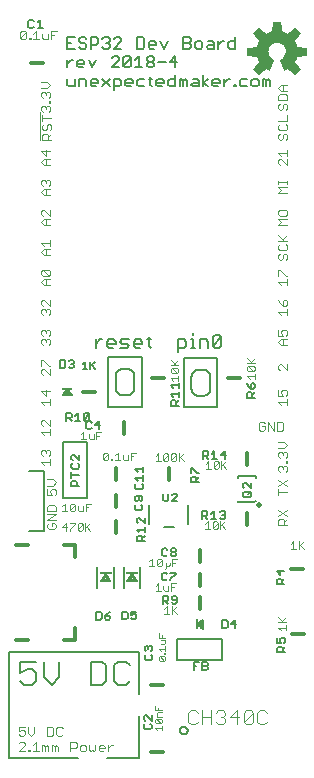
<source format=gto>
G75*
%MOIN*%
%OFA0B0*%
%FSLAX25Y25*%
%IPPOS*%
%LPD*%
%AMOC8*
5,1,8,0,0,1.08239X$1,22.5*
%
%ADD10C,0.00400*%
%ADD11C,0.00600*%
%ADD12C,0.00800*%
%ADD13C,0.00500*%
%ADD14C,0.00700*%
%ADD15C,0.00300*%
%ADD16C,0.01200*%
%ADD17R,0.03500X0.00750*%
%ADD18C,0.00200*%
%ADD19R,0.00750X0.03500*%
%ADD20R,0.03937X0.00787*%
%ADD21C,0.02000*%
D10*
X0032660Y0092180D02*
X0032193Y0092647D01*
X0032193Y0093581D01*
X0032660Y0094048D01*
X0033594Y0094048D02*
X0033594Y0093114D01*
X0033594Y0094048D02*
X0034528Y0094048D01*
X0034995Y0093581D01*
X0034995Y0092647D01*
X0034528Y0092180D01*
X0032660Y0092180D01*
X0032193Y0095127D02*
X0034995Y0096995D01*
X0032193Y0096995D01*
X0032193Y0098073D02*
X0032193Y0099474D01*
X0032660Y0099942D01*
X0034528Y0099942D01*
X0034995Y0099474D01*
X0034995Y0098073D01*
X0032193Y0098073D01*
X0032193Y0095127D02*
X0034995Y0095127D01*
X0034661Y0103285D02*
X0035195Y0103819D01*
X0035195Y0104887D01*
X0034661Y0105420D01*
X0033594Y0105420D01*
X0033060Y0104887D01*
X0033060Y0104353D01*
X0033594Y0103285D01*
X0031992Y0103285D01*
X0031992Y0105420D01*
X0031992Y0106600D02*
X0034128Y0106600D01*
X0035195Y0107668D01*
X0034128Y0108735D01*
X0031992Y0108735D01*
X0031093Y0113469D02*
X0030093Y0114470D01*
X0033095Y0114470D01*
X0033095Y0113469D02*
X0033095Y0115471D01*
X0032595Y0116600D02*
X0033095Y0117100D01*
X0033095Y0118101D01*
X0032595Y0118602D01*
X0032094Y0118602D01*
X0031594Y0118101D01*
X0031594Y0117601D01*
X0031594Y0118101D02*
X0031093Y0118602D01*
X0030593Y0118602D01*
X0030093Y0118101D01*
X0030093Y0117100D01*
X0030593Y0116600D01*
X0031093Y0123469D02*
X0030093Y0124470D01*
X0033095Y0124470D01*
X0033095Y0123469D02*
X0033095Y0125471D01*
X0033095Y0126600D02*
X0031093Y0128602D01*
X0030593Y0128602D01*
X0030093Y0128101D01*
X0030093Y0127100D01*
X0030593Y0126600D01*
X0033095Y0126600D02*
X0033095Y0128602D01*
X0033095Y0133469D02*
X0033095Y0135471D01*
X0033095Y0134470D02*
X0030093Y0134470D01*
X0031093Y0133469D01*
X0031594Y0136600D02*
X0031594Y0138602D01*
X0033095Y0138101D02*
X0030093Y0138101D01*
X0031594Y0136600D01*
X0030593Y0143469D02*
X0030093Y0143970D01*
X0030093Y0144971D01*
X0030593Y0145471D01*
X0031093Y0145471D01*
X0033095Y0143469D01*
X0033095Y0145471D01*
X0033095Y0146600D02*
X0032595Y0146600D01*
X0030593Y0148602D01*
X0030093Y0148602D01*
X0030093Y0146600D01*
X0030593Y0153469D02*
X0030093Y0153970D01*
X0030093Y0154971D01*
X0030593Y0155471D01*
X0031093Y0155471D01*
X0031594Y0154971D01*
X0032094Y0155471D01*
X0032595Y0155471D01*
X0033095Y0154971D01*
X0033095Y0153970D01*
X0032595Y0153469D01*
X0031594Y0154470D02*
X0031594Y0154971D01*
X0032595Y0156600D02*
X0033095Y0157100D01*
X0033095Y0158101D01*
X0032595Y0158602D01*
X0032094Y0158602D01*
X0031594Y0158101D01*
X0031594Y0157601D01*
X0031594Y0158101D02*
X0031093Y0158602D01*
X0030593Y0158602D01*
X0030093Y0158101D01*
X0030093Y0157100D01*
X0030593Y0156600D01*
X0030593Y0163469D02*
X0030093Y0163970D01*
X0030093Y0164971D01*
X0030593Y0165471D01*
X0031093Y0165471D01*
X0031594Y0164971D01*
X0032094Y0165471D01*
X0032595Y0165471D01*
X0033095Y0164971D01*
X0033095Y0163970D01*
X0032595Y0163469D01*
X0031594Y0164470D02*
X0031594Y0164971D01*
X0030593Y0166600D02*
X0030093Y0167100D01*
X0030093Y0168101D01*
X0030593Y0168602D01*
X0031093Y0168602D01*
X0033095Y0166600D01*
X0033095Y0168602D01*
X0033095Y0173469D02*
X0031093Y0173469D01*
X0030093Y0174470D01*
X0031093Y0175471D01*
X0033095Y0175471D01*
X0032595Y0176600D02*
X0030593Y0178602D01*
X0032595Y0178602D01*
X0033095Y0178101D01*
X0033095Y0177100D01*
X0032595Y0176600D01*
X0030593Y0176600D01*
X0030093Y0177100D01*
X0030093Y0178101D01*
X0030593Y0178602D01*
X0031594Y0175471D02*
X0031594Y0173469D01*
X0031594Y0183469D02*
X0031594Y0185471D01*
X0031093Y0185471D02*
X0033095Y0185471D01*
X0033095Y0186600D02*
X0033095Y0188602D01*
X0033095Y0187601D02*
X0030093Y0187601D01*
X0031093Y0186600D01*
X0031093Y0185471D02*
X0030093Y0184470D01*
X0031093Y0183469D01*
X0033095Y0183469D01*
X0033095Y0193469D02*
X0031093Y0193469D01*
X0030093Y0194470D01*
X0031093Y0195471D01*
X0033095Y0195471D01*
X0033095Y0196600D02*
X0031093Y0198602D01*
X0030593Y0198602D01*
X0030093Y0198101D01*
X0030093Y0197100D01*
X0030593Y0196600D01*
X0031594Y0195471D02*
X0031594Y0193469D01*
X0033095Y0196600D02*
X0033095Y0198602D01*
X0033095Y0203469D02*
X0031093Y0203469D01*
X0030093Y0204470D01*
X0031093Y0205471D01*
X0033095Y0205471D01*
X0032595Y0206600D02*
X0033095Y0207100D01*
X0033095Y0208101D01*
X0032595Y0208602D01*
X0032094Y0208602D01*
X0031594Y0208101D01*
X0031594Y0207601D01*
X0031594Y0208101D02*
X0031093Y0208602D01*
X0030593Y0208602D01*
X0030093Y0208101D01*
X0030093Y0207100D01*
X0030593Y0206600D01*
X0031594Y0205471D02*
X0031594Y0203469D01*
X0031594Y0213469D02*
X0031594Y0215471D01*
X0031093Y0215471D02*
X0033095Y0215471D01*
X0031594Y0216600D02*
X0031594Y0218602D01*
X0033095Y0218101D02*
X0030093Y0218101D01*
X0031594Y0216600D01*
X0031093Y0215471D02*
X0030093Y0214470D01*
X0031093Y0213469D01*
X0033095Y0213469D01*
X0033395Y0221904D02*
X0030393Y0221904D01*
X0030393Y0223405D01*
X0030893Y0223906D01*
X0031894Y0223906D01*
X0032394Y0223405D01*
X0032394Y0221904D01*
X0032394Y0222905D02*
X0033395Y0223906D01*
X0032895Y0225035D02*
X0033395Y0225535D01*
X0033395Y0226536D01*
X0032895Y0227036D01*
X0032394Y0227036D01*
X0031894Y0226536D01*
X0031894Y0225535D01*
X0031393Y0225035D01*
X0030893Y0225035D01*
X0030393Y0225535D01*
X0030393Y0226536D01*
X0030893Y0227036D01*
X0030393Y0228165D02*
X0030393Y0230167D01*
X0030593Y0231121D02*
X0030093Y0231622D01*
X0030093Y0232623D01*
X0030593Y0233123D01*
X0031093Y0233123D01*
X0031594Y0232623D01*
X0032094Y0233123D01*
X0032595Y0233123D01*
X0033095Y0232623D01*
X0033095Y0231622D01*
X0032595Y0231121D01*
X0031594Y0232122D02*
X0031594Y0232623D01*
X0032595Y0234252D02*
X0032595Y0234752D01*
X0033095Y0234752D01*
X0033095Y0234252D01*
X0032595Y0234252D01*
X0032595Y0235817D02*
X0033095Y0236318D01*
X0033095Y0237319D01*
X0032595Y0237819D01*
X0032094Y0237819D01*
X0031594Y0237319D01*
X0031594Y0236818D01*
X0031594Y0237319D02*
X0031093Y0237819D01*
X0030593Y0237819D01*
X0030093Y0237319D01*
X0030093Y0236318D01*
X0030593Y0235817D01*
X0030093Y0238948D02*
X0032094Y0238948D01*
X0033095Y0239949D01*
X0032094Y0240950D01*
X0030093Y0240950D01*
X0029595Y0231096D02*
X0029595Y0221704D01*
X0030393Y0229166D02*
X0033395Y0229166D01*
X0103100Y0127903D02*
X0102599Y0127402D01*
X0102599Y0125400D01*
X0103100Y0124900D01*
X0104100Y0124900D01*
X0104601Y0125400D01*
X0104601Y0126401D01*
X0103600Y0126401D01*
X0104601Y0127402D02*
X0104100Y0127903D01*
X0103100Y0127903D01*
X0105730Y0127903D02*
X0105730Y0124900D01*
X0107732Y0124900D02*
X0105730Y0127903D01*
X0107732Y0127903D02*
X0107732Y0124900D01*
X0108860Y0124900D02*
X0108860Y0127903D01*
X0110362Y0127903D01*
X0110862Y0127402D01*
X0110862Y0125400D01*
X0110362Y0124900D01*
X0108860Y0124900D01*
X0109093Y0120950D02*
X0111094Y0120950D01*
X0112095Y0119949D01*
X0111094Y0118948D01*
X0109093Y0118948D01*
X0109593Y0117819D02*
X0109093Y0117319D01*
X0109093Y0116318D01*
X0109593Y0115817D01*
X0110594Y0116818D02*
X0110594Y0117319D01*
X0111094Y0117819D01*
X0111595Y0117819D01*
X0112095Y0117319D01*
X0112095Y0116318D01*
X0111595Y0115817D01*
X0111595Y0114752D02*
X0112095Y0114752D01*
X0112095Y0114252D01*
X0111595Y0114252D01*
X0111595Y0114752D01*
X0111595Y0113123D02*
X0112095Y0112623D01*
X0112095Y0111622D01*
X0111595Y0111121D01*
X0110594Y0112122D02*
X0110594Y0112623D01*
X0111094Y0113123D01*
X0111595Y0113123D01*
X0110594Y0112623D02*
X0110093Y0113123D01*
X0109593Y0113123D01*
X0109093Y0112623D01*
X0109093Y0111622D01*
X0109593Y0111121D01*
X0109093Y0108602D02*
X0112095Y0106600D01*
X0112095Y0108602D02*
X0109093Y0106600D01*
X0109093Y0105471D02*
X0109093Y0103469D01*
X0109093Y0104470D02*
X0112095Y0104470D01*
X0112095Y0098602D02*
X0109093Y0096600D01*
X0109593Y0095471D02*
X0109093Y0094971D01*
X0109093Y0093469D01*
X0112095Y0093469D01*
X0111094Y0093469D02*
X0111094Y0094971D01*
X0110594Y0095471D01*
X0109593Y0095471D01*
X0111094Y0094470D02*
X0112095Y0095471D01*
X0112095Y0096600D02*
X0109093Y0098602D01*
X0110594Y0117319D02*
X0110093Y0117819D01*
X0109593Y0117819D01*
X0110093Y0133469D02*
X0109093Y0134470D01*
X0112095Y0134470D01*
X0112095Y0133469D02*
X0112095Y0135471D01*
X0111595Y0136600D02*
X0112095Y0137100D01*
X0112095Y0138101D01*
X0111595Y0138602D01*
X0110594Y0138602D01*
X0110093Y0138101D01*
X0110093Y0137601D01*
X0110594Y0136600D01*
X0109093Y0136600D01*
X0109093Y0138602D01*
X0109593Y0145035D02*
X0109093Y0145535D01*
X0109093Y0146536D01*
X0109593Y0147036D01*
X0110093Y0147036D01*
X0112095Y0145035D01*
X0112095Y0147036D01*
X0112095Y0153469D02*
X0110093Y0153469D01*
X0109093Y0154470D01*
X0110093Y0155471D01*
X0112095Y0155471D01*
X0111595Y0156600D02*
X0112095Y0157100D01*
X0112095Y0158101D01*
X0111595Y0158602D01*
X0110594Y0158602D01*
X0110093Y0158101D01*
X0110093Y0157601D01*
X0110594Y0156600D01*
X0109093Y0156600D01*
X0109093Y0158602D01*
X0110594Y0155471D02*
X0110594Y0153469D01*
X0110093Y0163469D02*
X0109093Y0164470D01*
X0112095Y0164470D01*
X0112095Y0163469D02*
X0112095Y0165471D01*
X0111595Y0166600D02*
X0112095Y0167100D01*
X0112095Y0168101D01*
X0111595Y0168602D01*
X0111094Y0168602D01*
X0110594Y0168101D01*
X0110594Y0166600D01*
X0111595Y0166600D01*
X0110594Y0166600D02*
X0109593Y0167601D01*
X0109093Y0168602D01*
X0110093Y0173469D02*
X0109093Y0174470D01*
X0112095Y0174470D01*
X0112095Y0173469D02*
X0112095Y0175471D01*
X0112095Y0176600D02*
X0111595Y0176600D01*
X0109593Y0178602D01*
X0109093Y0178602D01*
X0109093Y0176600D01*
X0109593Y0181904D02*
X0109093Y0182404D01*
X0109093Y0183405D01*
X0109593Y0183906D01*
X0110594Y0183405D02*
X0111094Y0183906D01*
X0111595Y0183906D01*
X0112095Y0183405D01*
X0112095Y0182404D01*
X0111595Y0181904D01*
X0110594Y0182404D02*
X0110594Y0183405D01*
X0110594Y0182404D02*
X0110093Y0181904D01*
X0109593Y0181904D01*
X0109593Y0185035D02*
X0109093Y0185535D01*
X0109093Y0186536D01*
X0109593Y0187036D01*
X0109093Y0188165D02*
X0112095Y0188165D01*
X0111094Y0188165D02*
X0109093Y0190167D01*
X0110594Y0188666D02*
X0112095Y0190167D01*
X0111595Y0187036D02*
X0112095Y0186536D01*
X0112095Y0185535D01*
X0111595Y0185035D01*
X0109593Y0185035D01*
X0109093Y0193469D02*
X0110093Y0194470D01*
X0109093Y0195471D01*
X0112095Y0195471D01*
X0111595Y0196600D02*
X0112095Y0197100D01*
X0112095Y0198101D01*
X0111595Y0198602D01*
X0109593Y0198602D01*
X0109093Y0198101D01*
X0109093Y0197100D01*
X0109593Y0196600D01*
X0111595Y0196600D01*
X0112095Y0193469D02*
X0109093Y0193469D01*
X0109093Y0203991D02*
X0110093Y0204992D01*
X0109093Y0205993D01*
X0112095Y0205993D01*
X0112095Y0207122D02*
X0112095Y0208123D01*
X0112095Y0207622D02*
X0109093Y0207622D01*
X0109093Y0207122D02*
X0109093Y0208123D01*
X0109093Y0203991D02*
X0112095Y0203991D01*
X0112095Y0213469D02*
X0110093Y0215471D01*
X0109593Y0215471D01*
X0109093Y0214971D01*
X0109093Y0213970D01*
X0109593Y0213469D01*
X0110093Y0216600D02*
X0109093Y0217601D01*
X0112095Y0217601D01*
X0112095Y0216600D02*
X0112095Y0218602D01*
X0112095Y0215471D02*
X0112095Y0213469D01*
X0111595Y0221904D02*
X0112095Y0222404D01*
X0112095Y0223405D01*
X0111595Y0223906D01*
X0111094Y0223906D01*
X0110594Y0223405D01*
X0110594Y0222404D01*
X0110093Y0221904D01*
X0109593Y0221904D01*
X0109093Y0222404D01*
X0109093Y0223405D01*
X0109593Y0223906D01*
X0109593Y0225035D02*
X0109093Y0225535D01*
X0109093Y0226536D01*
X0109593Y0227036D01*
X0109093Y0228165D02*
X0112095Y0228165D01*
X0112095Y0230167D01*
X0111595Y0231904D02*
X0112095Y0232404D01*
X0112095Y0233405D01*
X0111595Y0233906D01*
X0111094Y0233906D01*
X0110594Y0233405D01*
X0110594Y0232404D01*
X0110093Y0231904D01*
X0109593Y0231904D01*
X0109093Y0232404D01*
X0109093Y0233405D01*
X0109593Y0233906D01*
X0109093Y0235035D02*
X0109093Y0236536D01*
X0109593Y0237036D01*
X0111595Y0237036D01*
X0112095Y0236536D01*
X0112095Y0235035D01*
X0109093Y0235035D01*
X0110093Y0238165D02*
X0109093Y0239166D01*
X0110093Y0240167D01*
X0112095Y0240167D01*
X0112095Y0238165D02*
X0110093Y0238165D01*
X0110594Y0238165D02*
X0110594Y0240167D01*
X0111595Y0227036D02*
X0112095Y0226536D01*
X0112095Y0225535D01*
X0111595Y0225035D01*
X0109593Y0225035D01*
X0104493Y0031704D02*
X0102958Y0031704D01*
X0102191Y0030937D01*
X0102191Y0027867D01*
X0102958Y0027100D01*
X0104493Y0027100D01*
X0105260Y0027867D01*
X0105260Y0030937D02*
X0104493Y0031704D01*
X0100657Y0030937D02*
X0100657Y0027867D01*
X0099889Y0027100D01*
X0098355Y0027100D01*
X0097587Y0027867D01*
X0100657Y0030937D01*
X0099889Y0031704D01*
X0098355Y0031704D01*
X0097587Y0030937D01*
X0097587Y0027867D01*
X0096053Y0029402D02*
X0092983Y0029402D01*
X0095285Y0031704D01*
X0095285Y0027100D01*
X0091449Y0027867D02*
X0090681Y0027100D01*
X0089147Y0027100D01*
X0088379Y0027867D01*
X0086845Y0027100D02*
X0086845Y0031704D01*
X0088379Y0030937D02*
X0089147Y0031704D01*
X0090681Y0031704D01*
X0091449Y0030937D01*
X0091449Y0030169D01*
X0090681Y0029402D01*
X0091449Y0028635D01*
X0091449Y0027867D01*
X0090681Y0029402D02*
X0089914Y0029402D01*
X0086845Y0029402D02*
X0083775Y0029402D01*
X0082241Y0030937D02*
X0081473Y0031704D01*
X0079939Y0031704D01*
X0079172Y0030937D01*
X0079172Y0027867D01*
X0079939Y0027100D01*
X0081473Y0027100D01*
X0082241Y0027867D01*
X0083775Y0027100D02*
X0083775Y0031704D01*
D11*
X0083867Y0045150D02*
X0085168Y0045150D01*
X0085601Y0045584D01*
X0085601Y0046017D01*
X0085168Y0046451D01*
X0083867Y0046451D01*
X0085168Y0046451D02*
X0085601Y0046885D01*
X0085601Y0047319D01*
X0085168Y0047752D01*
X0083867Y0047752D01*
X0083867Y0045150D01*
X0081788Y0046451D02*
X0080920Y0046451D01*
X0080920Y0045150D02*
X0080920Y0047752D01*
X0082655Y0047752D01*
X0083995Y0058775D02*
X0081995Y0060275D01*
X0083995Y0061775D01*
X0083995Y0058775D01*
X0083995Y0059175D02*
X0083462Y0059175D01*
X0083995Y0059773D02*
X0082664Y0059773D01*
X0082124Y0060372D02*
X0083995Y0060372D01*
X0083995Y0060970D02*
X0082922Y0060970D01*
X0083720Y0061569D02*
X0083995Y0061569D01*
X0090520Y0061627D02*
X0090520Y0059025D01*
X0091821Y0059025D01*
X0092255Y0059459D01*
X0092255Y0061194D01*
X0091821Y0061627D01*
X0090520Y0061627D01*
X0093467Y0060326D02*
X0095201Y0060326D01*
X0094768Y0059025D02*
X0094768Y0061627D01*
X0093467Y0060326D01*
X0108818Y0055756D02*
X0108818Y0054022D01*
X0110119Y0054022D01*
X0109685Y0054889D01*
X0109685Y0055323D01*
X0110119Y0055756D01*
X0110986Y0055756D01*
X0111420Y0055323D01*
X0111420Y0054455D01*
X0110986Y0054022D01*
X0111420Y0052810D02*
X0110553Y0051942D01*
X0110553Y0052376D02*
X0110553Y0051075D01*
X0111420Y0051075D02*
X0108818Y0051075D01*
X0108818Y0052376D01*
X0109252Y0052810D01*
X0110119Y0052810D01*
X0110553Y0052376D01*
X0110303Y0073825D02*
X0110303Y0075126D01*
X0109869Y0075560D01*
X0109002Y0075560D01*
X0108568Y0075126D01*
X0108568Y0073825D01*
X0111170Y0073825D01*
X0110303Y0074692D02*
X0111170Y0075560D01*
X0109869Y0076772D02*
X0109869Y0078506D01*
X0108568Y0078073D02*
X0109869Y0076772D01*
X0111170Y0078073D02*
X0108568Y0078073D01*
X0099561Y0102753D02*
X0097827Y0102753D01*
X0097393Y0103187D01*
X0097393Y0104055D01*
X0097827Y0104488D01*
X0099561Y0104488D01*
X0099995Y0104055D01*
X0099995Y0103187D01*
X0099561Y0102753D01*
X0099128Y0103621D02*
X0099995Y0104488D01*
X0099995Y0105700D02*
X0098260Y0107435D01*
X0097827Y0107435D01*
X0097393Y0107001D01*
X0097393Y0106134D01*
X0097827Y0105700D01*
X0099995Y0105700D02*
X0099995Y0107435D01*
X0091250Y0115500D02*
X0091250Y0118102D01*
X0089949Y0116801D01*
X0091683Y0116801D01*
X0088737Y0115500D02*
X0087002Y0115500D01*
X0087870Y0115500D02*
X0087870Y0118102D01*
X0087002Y0117235D01*
X0085790Y0117669D02*
X0085790Y0116801D01*
X0085357Y0116367D01*
X0084056Y0116367D01*
X0084923Y0116367D02*
X0085790Y0115500D01*
X0084056Y0115500D02*
X0084056Y0118102D01*
X0085357Y0118102D01*
X0085790Y0117669D01*
X0080402Y0112388D02*
X0082136Y0110653D01*
X0082570Y0110653D01*
X0082570Y0109442D02*
X0081703Y0108574D01*
X0081703Y0109008D02*
X0081703Y0107707D01*
X0082570Y0107707D02*
X0079968Y0107707D01*
X0079968Y0109008D01*
X0080402Y0109442D01*
X0081269Y0109442D01*
X0081703Y0109008D01*
X0079968Y0110653D02*
X0079968Y0112388D01*
X0080402Y0112388D01*
X0075030Y0103902D02*
X0074163Y0103902D01*
X0073729Y0103469D01*
X0072517Y0103902D02*
X0072517Y0101734D01*
X0072084Y0101300D01*
X0071216Y0101300D01*
X0070783Y0101734D01*
X0070783Y0103902D01*
X0073729Y0101300D02*
X0075464Y0103035D01*
X0075464Y0103469D01*
X0075030Y0103902D01*
X0075464Y0101300D02*
X0073729Y0101300D01*
X0064570Y0095738D02*
X0064570Y0094003D01*
X0062835Y0095738D01*
X0062402Y0095738D01*
X0061968Y0095305D01*
X0061968Y0094437D01*
X0062402Y0094003D01*
X0061968Y0091924D02*
X0064570Y0091924D01*
X0064570Y0091057D02*
X0064570Y0092792D01*
X0064570Y0089845D02*
X0063703Y0088978D01*
X0063703Y0089412D02*
X0063703Y0088110D01*
X0064570Y0088110D02*
X0061968Y0088110D01*
X0061968Y0089412D01*
X0062402Y0089845D01*
X0063269Y0089845D01*
X0063703Y0089412D01*
X0062835Y0091057D02*
X0061968Y0091924D01*
X0061702Y0098457D02*
X0061268Y0098891D01*
X0061268Y0099758D01*
X0061702Y0100192D01*
X0061702Y0101403D02*
X0061268Y0101837D01*
X0061268Y0102705D01*
X0061702Y0103138D01*
X0063436Y0103138D01*
X0063870Y0102705D01*
X0063870Y0101837D01*
X0063436Y0101403D01*
X0062569Y0101837D02*
X0062569Y0103138D01*
X0062569Y0101837D02*
X0062135Y0101403D01*
X0061702Y0101403D01*
X0063436Y0100192D02*
X0063870Y0099758D01*
X0063870Y0098891D01*
X0063436Y0098457D01*
X0061702Y0098457D01*
X0061852Y0105310D02*
X0061418Y0105744D01*
X0061418Y0106612D01*
X0061852Y0107045D01*
X0062285Y0108257D02*
X0061418Y0109124D01*
X0064020Y0109124D01*
X0064020Y0108257D02*
X0064020Y0109992D01*
X0064020Y0111203D02*
X0064020Y0112938D01*
X0064020Y0112071D02*
X0061418Y0112071D01*
X0062285Y0111203D01*
X0063586Y0107045D02*
X0064020Y0106612D01*
X0064020Y0105744D01*
X0063586Y0105310D01*
X0061852Y0105310D01*
X0070893Y0085636D02*
X0070459Y0085202D01*
X0070459Y0083467D01*
X0070893Y0083033D01*
X0071760Y0083033D01*
X0072194Y0083467D01*
X0073406Y0083467D02*
X0073839Y0083033D01*
X0074707Y0083033D01*
X0075141Y0083467D01*
X0075141Y0083901D01*
X0074707Y0084335D01*
X0073839Y0084335D01*
X0073406Y0084768D01*
X0073406Y0085202D01*
X0073839Y0085636D01*
X0074707Y0085636D01*
X0075141Y0085202D01*
X0075141Y0084768D01*
X0074707Y0084335D01*
X0073839Y0084335D02*
X0073406Y0083901D01*
X0073406Y0083467D01*
X0072194Y0085202D02*
X0071760Y0085636D01*
X0070893Y0085636D01*
X0070684Y0077567D02*
X0070251Y0077134D01*
X0070251Y0075399D01*
X0070684Y0074965D01*
X0071552Y0074965D01*
X0071985Y0075399D01*
X0073197Y0075399D02*
X0073197Y0074965D01*
X0073197Y0075399D02*
X0074932Y0077134D01*
X0074932Y0077567D01*
X0073197Y0077567D01*
X0071985Y0077134D02*
X0071552Y0077567D01*
X0070684Y0077567D01*
X0070602Y0069802D02*
X0071903Y0069802D01*
X0072337Y0069369D01*
X0072337Y0068501D01*
X0071903Y0068067D01*
X0070602Y0068067D01*
X0070602Y0067200D02*
X0070602Y0069802D01*
X0071470Y0068067D02*
X0072337Y0067200D01*
X0073549Y0067634D02*
X0073982Y0067200D01*
X0074850Y0067200D01*
X0075283Y0067634D01*
X0075283Y0069369D01*
X0074850Y0069802D01*
X0073982Y0069802D01*
X0073549Y0069369D01*
X0073549Y0068935D01*
X0073982Y0068501D01*
X0075283Y0068501D01*
X0066711Y0053056D02*
X0067145Y0052623D01*
X0067145Y0051755D01*
X0066711Y0051322D01*
X0066711Y0050110D02*
X0067145Y0049676D01*
X0067145Y0048809D01*
X0066711Y0048375D01*
X0064977Y0048375D01*
X0064543Y0048809D01*
X0064543Y0049676D01*
X0064977Y0050110D01*
X0064977Y0051322D02*
X0064543Y0051755D01*
X0064543Y0052623D01*
X0064977Y0053056D01*
X0065410Y0053056D01*
X0065844Y0052623D01*
X0066278Y0053056D01*
X0066711Y0053056D01*
X0065844Y0052623D02*
X0065844Y0052189D01*
X0061400Y0062000D02*
X0061833Y0062434D01*
X0061833Y0063301D01*
X0061400Y0063735D01*
X0060966Y0063735D01*
X0060099Y0063301D01*
X0060099Y0064602D01*
X0061833Y0064602D01*
X0061400Y0062000D02*
X0060532Y0062000D01*
X0060099Y0062434D01*
X0058887Y0062434D02*
X0058887Y0064169D01*
X0058453Y0064602D01*
X0057152Y0064602D01*
X0057152Y0062000D01*
X0058453Y0062000D01*
X0058887Y0062434D01*
X0053158Y0062334D02*
X0053158Y0062767D01*
X0052725Y0063201D01*
X0051424Y0063201D01*
X0051424Y0062334D01*
X0051857Y0061900D01*
X0052725Y0061900D01*
X0053158Y0062334D01*
X0051424Y0063201D02*
X0052291Y0064069D01*
X0053158Y0064502D01*
X0050212Y0064069D02*
X0050212Y0062334D01*
X0049778Y0061900D01*
X0048477Y0061900D01*
X0048477Y0064502D01*
X0049778Y0064502D01*
X0050212Y0064069D01*
X0064752Y0030006D02*
X0064318Y0029573D01*
X0064318Y0028705D01*
X0064752Y0028272D01*
X0064752Y0027060D02*
X0064318Y0026626D01*
X0064318Y0025759D01*
X0064752Y0025325D01*
X0066486Y0025325D01*
X0066920Y0025759D01*
X0066920Y0026626D01*
X0066486Y0027060D01*
X0066920Y0028272D02*
X0065185Y0030006D01*
X0064752Y0030006D01*
X0066920Y0030006D02*
X0066920Y0028272D01*
X0083756Y0095500D02*
X0083756Y0098102D01*
X0085057Y0098102D01*
X0085490Y0097669D01*
X0085490Y0096801D01*
X0085057Y0096367D01*
X0083756Y0096367D01*
X0084623Y0096367D02*
X0085490Y0095500D01*
X0086702Y0095500D02*
X0088437Y0095500D01*
X0087570Y0095500D02*
X0087570Y0098102D01*
X0086702Y0097235D01*
X0089649Y0097669D02*
X0090082Y0098102D01*
X0090950Y0098102D01*
X0091383Y0097669D01*
X0091383Y0097235D01*
X0090950Y0096801D01*
X0091383Y0096367D01*
X0091383Y0095934D01*
X0090950Y0095500D01*
X0090082Y0095500D01*
X0089649Y0095934D01*
X0090516Y0096801D02*
X0090950Y0096801D01*
X0075920Y0133210D02*
X0073318Y0133210D01*
X0073318Y0134512D01*
X0073752Y0134945D01*
X0074619Y0134945D01*
X0075053Y0134512D01*
X0075053Y0133210D01*
X0075053Y0134078D02*
X0075920Y0134945D01*
X0075920Y0136157D02*
X0075920Y0137892D01*
X0075920Y0137024D02*
X0073318Y0137024D01*
X0074185Y0136157D01*
X0074185Y0139103D02*
X0073318Y0139971D01*
X0075920Y0139971D01*
X0075920Y0140838D02*
X0075920Y0139103D01*
X0075542Y0151099D02*
X0075542Y0155302D01*
X0077644Y0155302D01*
X0078345Y0154602D01*
X0078345Y0153201D01*
X0077644Y0152500D01*
X0075542Y0152500D01*
X0079962Y0152500D02*
X0081363Y0152500D01*
X0080663Y0152500D02*
X0080663Y0155302D01*
X0079962Y0155302D01*
X0080663Y0156704D02*
X0080663Y0157404D01*
X0082909Y0155302D02*
X0082909Y0152500D01*
X0082909Y0155302D02*
X0085010Y0155302D01*
X0085711Y0154602D01*
X0085711Y0152500D01*
X0087328Y0153201D02*
X0087328Y0156003D01*
X0088029Y0156704D01*
X0089430Y0156704D01*
X0090131Y0156003D01*
X0087328Y0153201D01*
X0088029Y0152500D01*
X0089430Y0152500D01*
X0090131Y0153201D01*
X0090131Y0156003D01*
X0098643Y0140613D02*
X0099077Y0139746D01*
X0099944Y0138878D01*
X0099944Y0140180D01*
X0100378Y0140613D01*
X0100811Y0140613D01*
X0101245Y0140180D01*
X0101245Y0139312D01*
X0100811Y0138878D01*
X0099944Y0138878D01*
X0099944Y0137667D02*
X0099077Y0137667D01*
X0098643Y0137233D01*
X0098643Y0135932D01*
X0101245Y0135932D01*
X0100378Y0135932D02*
X0100378Y0137233D01*
X0099944Y0137667D01*
X0100378Y0136799D02*
X0101245Y0137667D01*
X0066744Y0152500D02*
X0066044Y0153201D01*
X0066044Y0156003D01*
X0066744Y0155302D02*
X0065343Y0155302D01*
X0063726Y0154602D02*
X0063726Y0153901D01*
X0060923Y0153901D01*
X0060923Y0153201D02*
X0060923Y0154602D01*
X0061624Y0155302D01*
X0063025Y0155302D01*
X0063726Y0154602D01*
X0063025Y0152500D02*
X0061624Y0152500D01*
X0060923Y0153201D01*
X0059306Y0153201D02*
X0058605Y0153901D01*
X0057204Y0153901D01*
X0056504Y0154602D01*
X0057204Y0155302D01*
X0059306Y0155302D01*
X0059306Y0153201D02*
X0058605Y0152500D01*
X0056504Y0152500D01*
X0054886Y0153901D02*
X0052084Y0153901D01*
X0052084Y0153201D02*
X0052084Y0154602D01*
X0052784Y0155302D01*
X0054186Y0155302D01*
X0054886Y0154602D01*
X0054886Y0153901D01*
X0054186Y0152500D02*
X0052784Y0152500D01*
X0052084Y0153201D01*
X0050502Y0155302D02*
X0049802Y0155302D01*
X0048401Y0153901D01*
X0048401Y0152500D02*
X0048401Y0155302D01*
X0040951Y0147944D02*
X0040951Y0147510D01*
X0040518Y0147076D01*
X0040951Y0146642D01*
X0040951Y0146209D01*
X0040518Y0145775D01*
X0039650Y0145775D01*
X0039217Y0146209D01*
X0038005Y0146209D02*
X0038005Y0147944D01*
X0037571Y0148377D01*
X0036270Y0148377D01*
X0036270Y0145775D01*
X0037571Y0145775D01*
X0038005Y0146209D01*
X0039217Y0147944D02*
X0039650Y0148377D01*
X0040518Y0148377D01*
X0040951Y0147944D01*
X0040518Y0147076D02*
X0040084Y0147076D01*
X0038795Y0138750D02*
X0040295Y0136750D01*
X0037295Y0136750D01*
X0038795Y0138750D01*
X0038366Y0138178D02*
X0039224Y0138178D01*
X0039673Y0137580D02*
X0037918Y0137580D01*
X0037469Y0136981D02*
X0040122Y0136981D01*
X0039796Y0130727D02*
X0038495Y0130727D01*
X0038495Y0128125D01*
X0038495Y0128992D02*
X0039796Y0128992D01*
X0040230Y0129426D01*
X0040230Y0130294D01*
X0039796Y0130727D01*
X0039363Y0128992D02*
X0040230Y0128125D01*
X0041442Y0128125D02*
X0043176Y0128125D01*
X0042309Y0128125D02*
X0042309Y0130727D01*
X0041442Y0129860D01*
X0044388Y0130294D02*
X0044388Y0128559D01*
X0046123Y0130294D01*
X0046123Y0128559D01*
X0045689Y0128125D01*
X0044822Y0128125D01*
X0044388Y0128559D01*
X0045152Y0127594D02*
X0045152Y0125859D01*
X0045586Y0125425D01*
X0046453Y0125425D01*
X0046887Y0125859D01*
X0048099Y0126726D02*
X0049833Y0126726D01*
X0049400Y0125425D02*
X0049400Y0128027D01*
X0048099Y0126726D01*
X0046887Y0127594D02*
X0046453Y0128027D01*
X0045586Y0128027D01*
X0045152Y0127594D01*
X0044388Y0130294D02*
X0044822Y0130727D01*
X0045689Y0130727D01*
X0046123Y0130294D01*
X0042795Y0116888D02*
X0042795Y0115153D01*
X0041060Y0116888D01*
X0040627Y0116888D01*
X0040193Y0116455D01*
X0040193Y0115587D01*
X0040627Y0115153D01*
X0040627Y0113942D02*
X0040193Y0113508D01*
X0040193Y0112641D01*
X0040627Y0112207D01*
X0042361Y0112207D01*
X0042795Y0112641D01*
X0042795Y0113508D01*
X0042361Y0113942D01*
X0042795Y0110128D02*
X0040193Y0110128D01*
X0040193Y0110995D02*
X0040193Y0109260D01*
X0040627Y0108049D02*
X0040193Y0107615D01*
X0040193Y0106314D01*
X0042795Y0106314D01*
X0041928Y0106314D02*
X0041928Y0107615D01*
X0041494Y0108049D01*
X0040627Y0108049D01*
X0030769Y0259075D02*
X0028901Y0259075D01*
X0029835Y0259075D02*
X0029835Y0261877D01*
X0028901Y0260943D01*
X0027638Y0261410D02*
X0027171Y0261877D01*
X0026237Y0261877D01*
X0025770Y0261410D01*
X0025770Y0259542D01*
X0026237Y0259075D01*
X0027171Y0259075D01*
X0027638Y0259542D01*
D12*
X0019268Y0051117D02*
X0019268Y0015683D01*
X0042497Y0015683D01*
X0051946Y0015683D02*
X0062575Y0015683D01*
X0062575Y0029857D01*
X0062575Y0036943D02*
X0062575Y0051117D01*
X0019268Y0051117D01*
X0026095Y0091275D02*
X0031095Y0091275D01*
X0031095Y0111525D01*
X0026095Y0111525D01*
X0037458Y0102351D02*
X0037458Y0121249D01*
X0045332Y0121249D01*
X0045332Y0102351D01*
X0037458Y0102351D01*
X0048814Y0079337D02*
X0048814Y0072463D01*
X0049995Y0074719D02*
X0051570Y0077081D01*
X0053145Y0074719D01*
X0049995Y0074719D01*
X0050783Y0075113D02*
X0051570Y0076294D01*
X0052358Y0075113D01*
X0050783Y0075113D01*
X0050825Y0075176D02*
X0052315Y0075176D01*
X0051783Y0075975D02*
X0051358Y0075975D01*
X0054326Y0079337D02*
X0054326Y0072463D01*
X0057689Y0072463D02*
X0057689Y0079337D01*
X0060445Y0077081D02*
X0058870Y0074719D01*
X0062020Y0074719D01*
X0060445Y0077081D01*
X0060445Y0076294D02*
X0059658Y0075113D01*
X0061233Y0075113D01*
X0060445Y0076294D01*
X0060233Y0075975D02*
X0060658Y0075975D01*
X0061190Y0075176D02*
X0059700Y0075176D01*
X0063201Y0072463D02*
X0063201Y0079337D01*
X0066199Y0093850D02*
X0066199Y0100150D01*
X0071120Y0092866D02*
X0074270Y0092866D01*
X0079191Y0093850D02*
X0079191Y0100150D01*
X0095645Y0101000D02*
X0095645Y0101550D01*
X0095645Y0101000D02*
X0101045Y0101000D01*
X0101545Y0101550D01*
X0101545Y0109250D02*
X0101545Y0109800D01*
X0095645Y0109800D01*
X0095645Y0109250D01*
X0090370Y0055450D02*
X0075370Y0055450D01*
X0075370Y0048450D01*
X0090370Y0048450D01*
X0090370Y0055450D01*
X0076368Y0024983D02*
X0076370Y0025054D01*
X0076376Y0025125D01*
X0076386Y0025196D01*
X0076400Y0025266D01*
X0076417Y0025335D01*
X0076439Y0025403D01*
X0076464Y0025469D01*
X0076493Y0025535D01*
X0076525Y0025598D01*
X0076561Y0025660D01*
X0076600Y0025719D01*
X0076643Y0025776D01*
X0076689Y0025831D01*
X0076737Y0025883D01*
X0076789Y0025933D01*
X0076843Y0025979D01*
X0076899Y0026022D01*
X0076958Y0026062D01*
X0077019Y0026099D01*
X0077082Y0026132D01*
X0077147Y0026162D01*
X0077213Y0026188D01*
X0077281Y0026211D01*
X0077350Y0026229D01*
X0077420Y0026244D01*
X0077490Y0026255D01*
X0077561Y0026262D01*
X0077632Y0026265D01*
X0077703Y0026264D01*
X0077775Y0026259D01*
X0077845Y0026250D01*
X0077915Y0026237D01*
X0077985Y0026221D01*
X0078053Y0026200D01*
X0078120Y0026176D01*
X0078186Y0026148D01*
X0078249Y0026116D01*
X0078311Y0026081D01*
X0078371Y0026043D01*
X0078429Y0026001D01*
X0078485Y0025956D01*
X0078537Y0025908D01*
X0078587Y0025857D01*
X0078635Y0025804D01*
X0078679Y0025748D01*
X0078720Y0025690D01*
X0078757Y0025629D01*
X0078791Y0025567D01*
X0078822Y0025502D01*
X0078849Y0025436D01*
X0078873Y0025369D01*
X0078892Y0025300D01*
X0078908Y0025231D01*
X0078920Y0025161D01*
X0078928Y0025090D01*
X0078932Y0025019D01*
X0078932Y0024947D01*
X0078928Y0024876D01*
X0078920Y0024805D01*
X0078908Y0024735D01*
X0078892Y0024666D01*
X0078873Y0024597D01*
X0078849Y0024530D01*
X0078822Y0024464D01*
X0078791Y0024399D01*
X0078757Y0024337D01*
X0078720Y0024276D01*
X0078679Y0024218D01*
X0078635Y0024162D01*
X0078587Y0024109D01*
X0078537Y0024058D01*
X0078485Y0024010D01*
X0078429Y0023965D01*
X0078371Y0023923D01*
X0078311Y0023885D01*
X0078249Y0023850D01*
X0078186Y0023818D01*
X0078120Y0023790D01*
X0078053Y0023766D01*
X0077985Y0023745D01*
X0077915Y0023729D01*
X0077845Y0023716D01*
X0077775Y0023707D01*
X0077703Y0023702D01*
X0077632Y0023701D01*
X0077561Y0023704D01*
X0077490Y0023711D01*
X0077420Y0023722D01*
X0077350Y0023737D01*
X0077281Y0023755D01*
X0077213Y0023778D01*
X0077147Y0023804D01*
X0077082Y0023834D01*
X0077019Y0023867D01*
X0076958Y0023904D01*
X0076899Y0023944D01*
X0076843Y0023987D01*
X0076789Y0024033D01*
X0076737Y0024083D01*
X0076689Y0024135D01*
X0076643Y0024190D01*
X0076600Y0024247D01*
X0076561Y0024306D01*
X0076525Y0024368D01*
X0076493Y0024431D01*
X0076464Y0024497D01*
X0076439Y0024563D01*
X0076417Y0024631D01*
X0076400Y0024700D01*
X0076386Y0024770D01*
X0076376Y0024841D01*
X0076370Y0024912D01*
X0076368Y0024983D01*
D13*
X0077833Y0132632D02*
X0088857Y0132632D01*
X0088857Y0149168D01*
X0077833Y0149168D01*
X0077833Y0132632D01*
X0080196Y0138931D02*
X0080196Y0142869D01*
X0080198Y0142964D01*
X0080204Y0143059D01*
X0080213Y0143154D01*
X0080227Y0143248D01*
X0080244Y0143341D01*
X0080265Y0143434D01*
X0080289Y0143526D01*
X0080318Y0143617D01*
X0080349Y0143707D01*
X0080385Y0143795D01*
X0080424Y0143882D01*
X0080467Y0143967D01*
X0080512Y0144050D01*
X0080562Y0144131D01*
X0080614Y0144211D01*
X0080670Y0144288D01*
X0080728Y0144363D01*
X0080790Y0144435D01*
X0080855Y0144505D01*
X0080922Y0144572D01*
X0080992Y0144637D01*
X0081064Y0144699D01*
X0081139Y0144757D01*
X0081216Y0144813D01*
X0081296Y0144865D01*
X0081377Y0144915D01*
X0081460Y0144960D01*
X0081545Y0145003D01*
X0081632Y0145042D01*
X0081720Y0145078D01*
X0081810Y0145109D01*
X0081901Y0145138D01*
X0081993Y0145162D01*
X0082086Y0145183D01*
X0082179Y0145200D01*
X0082273Y0145214D01*
X0082368Y0145223D01*
X0082463Y0145229D01*
X0082558Y0145231D01*
X0084133Y0145231D01*
X0084228Y0145229D01*
X0084323Y0145223D01*
X0084418Y0145214D01*
X0084512Y0145200D01*
X0084605Y0145183D01*
X0084698Y0145162D01*
X0084790Y0145138D01*
X0084881Y0145109D01*
X0084971Y0145078D01*
X0085059Y0145042D01*
X0085146Y0145003D01*
X0085231Y0144960D01*
X0085314Y0144915D01*
X0085395Y0144865D01*
X0085475Y0144813D01*
X0085552Y0144757D01*
X0085627Y0144699D01*
X0085699Y0144637D01*
X0085769Y0144572D01*
X0085836Y0144505D01*
X0085901Y0144435D01*
X0085963Y0144363D01*
X0086021Y0144288D01*
X0086077Y0144211D01*
X0086129Y0144131D01*
X0086179Y0144050D01*
X0086224Y0143967D01*
X0086267Y0143882D01*
X0086306Y0143795D01*
X0086342Y0143707D01*
X0086373Y0143617D01*
X0086402Y0143526D01*
X0086426Y0143434D01*
X0086447Y0143341D01*
X0086464Y0143248D01*
X0086478Y0143154D01*
X0086487Y0143059D01*
X0086493Y0142964D01*
X0086495Y0142869D01*
X0086495Y0138931D01*
X0086493Y0138836D01*
X0086487Y0138741D01*
X0086478Y0138646D01*
X0086464Y0138552D01*
X0086447Y0138459D01*
X0086426Y0138366D01*
X0086402Y0138274D01*
X0086373Y0138183D01*
X0086342Y0138093D01*
X0086306Y0138005D01*
X0086267Y0137918D01*
X0086224Y0137833D01*
X0086179Y0137750D01*
X0086129Y0137669D01*
X0086077Y0137589D01*
X0086021Y0137512D01*
X0085963Y0137437D01*
X0085901Y0137365D01*
X0085836Y0137295D01*
X0085769Y0137228D01*
X0085699Y0137163D01*
X0085627Y0137101D01*
X0085552Y0137043D01*
X0085475Y0136987D01*
X0085395Y0136935D01*
X0085314Y0136885D01*
X0085231Y0136840D01*
X0085146Y0136797D01*
X0085059Y0136758D01*
X0084971Y0136722D01*
X0084881Y0136691D01*
X0084790Y0136662D01*
X0084698Y0136638D01*
X0084605Y0136617D01*
X0084512Y0136600D01*
X0084418Y0136586D01*
X0084323Y0136577D01*
X0084228Y0136571D01*
X0084133Y0136569D01*
X0082558Y0136569D01*
X0082463Y0136571D01*
X0082368Y0136577D01*
X0082273Y0136586D01*
X0082179Y0136600D01*
X0082086Y0136617D01*
X0081993Y0136638D01*
X0081901Y0136662D01*
X0081810Y0136691D01*
X0081720Y0136722D01*
X0081632Y0136758D01*
X0081545Y0136797D01*
X0081460Y0136840D01*
X0081377Y0136885D01*
X0081296Y0136935D01*
X0081216Y0136987D01*
X0081139Y0137043D01*
X0081064Y0137101D01*
X0080992Y0137163D01*
X0080922Y0137228D01*
X0080855Y0137295D01*
X0080790Y0137365D01*
X0080728Y0137437D01*
X0080670Y0137512D01*
X0080614Y0137589D01*
X0080562Y0137669D01*
X0080512Y0137750D01*
X0080467Y0137833D01*
X0080424Y0137918D01*
X0080385Y0138005D01*
X0080349Y0138093D01*
X0080318Y0138183D01*
X0080289Y0138274D01*
X0080265Y0138366D01*
X0080244Y0138459D01*
X0080227Y0138552D01*
X0080213Y0138646D01*
X0080204Y0138741D01*
X0080198Y0138836D01*
X0080196Y0138931D01*
X0063557Y0132882D02*
X0052533Y0132882D01*
X0052533Y0149418D01*
X0063557Y0149418D01*
X0063557Y0132882D01*
X0061195Y0139181D02*
X0061195Y0143119D01*
X0061193Y0143214D01*
X0061187Y0143309D01*
X0061178Y0143404D01*
X0061164Y0143498D01*
X0061147Y0143591D01*
X0061126Y0143684D01*
X0061102Y0143776D01*
X0061073Y0143867D01*
X0061042Y0143957D01*
X0061006Y0144045D01*
X0060967Y0144132D01*
X0060924Y0144217D01*
X0060879Y0144300D01*
X0060829Y0144381D01*
X0060777Y0144461D01*
X0060721Y0144538D01*
X0060663Y0144613D01*
X0060601Y0144685D01*
X0060536Y0144755D01*
X0060469Y0144822D01*
X0060399Y0144887D01*
X0060327Y0144949D01*
X0060252Y0145007D01*
X0060175Y0145063D01*
X0060095Y0145115D01*
X0060014Y0145165D01*
X0059931Y0145210D01*
X0059846Y0145253D01*
X0059759Y0145292D01*
X0059671Y0145328D01*
X0059581Y0145359D01*
X0059490Y0145388D01*
X0059398Y0145412D01*
X0059305Y0145433D01*
X0059212Y0145450D01*
X0059118Y0145464D01*
X0059023Y0145473D01*
X0058928Y0145479D01*
X0058833Y0145481D01*
X0057258Y0145481D01*
X0057163Y0145479D01*
X0057068Y0145473D01*
X0056973Y0145464D01*
X0056879Y0145450D01*
X0056786Y0145433D01*
X0056693Y0145412D01*
X0056601Y0145388D01*
X0056510Y0145359D01*
X0056420Y0145328D01*
X0056332Y0145292D01*
X0056245Y0145253D01*
X0056160Y0145210D01*
X0056077Y0145165D01*
X0055996Y0145115D01*
X0055916Y0145063D01*
X0055839Y0145007D01*
X0055764Y0144949D01*
X0055692Y0144887D01*
X0055622Y0144822D01*
X0055555Y0144755D01*
X0055490Y0144685D01*
X0055428Y0144613D01*
X0055370Y0144538D01*
X0055314Y0144461D01*
X0055262Y0144381D01*
X0055212Y0144300D01*
X0055167Y0144217D01*
X0055124Y0144132D01*
X0055085Y0144045D01*
X0055049Y0143957D01*
X0055018Y0143867D01*
X0054989Y0143776D01*
X0054965Y0143684D01*
X0054944Y0143591D01*
X0054927Y0143498D01*
X0054913Y0143404D01*
X0054904Y0143309D01*
X0054898Y0143214D01*
X0054896Y0143119D01*
X0054896Y0139181D01*
X0054898Y0139086D01*
X0054904Y0138991D01*
X0054913Y0138896D01*
X0054927Y0138802D01*
X0054944Y0138709D01*
X0054965Y0138616D01*
X0054989Y0138524D01*
X0055018Y0138433D01*
X0055049Y0138343D01*
X0055085Y0138255D01*
X0055124Y0138168D01*
X0055167Y0138083D01*
X0055212Y0138000D01*
X0055262Y0137919D01*
X0055314Y0137839D01*
X0055370Y0137762D01*
X0055428Y0137687D01*
X0055490Y0137615D01*
X0055555Y0137545D01*
X0055622Y0137478D01*
X0055692Y0137413D01*
X0055764Y0137351D01*
X0055839Y0137293D01*
X0055916Y0137237D01*
X0055996Y0137185D01*
X0056077Y0137135D01*
X0056160Y0137090D01*
X0056245Y0137047D01*
X0056332Y0137008D01*
X0056420Y0136972D01*
X0056510Y0136941D01*
X0056601Y0136912D01*
X0056693Y0136888D01*
X0056786Y0136867D01*
X0056879Y0136850D01*
X0056973Y0136836D01*
X0057068Y0136827D01*
X0057163Y0136821D01*
X0057258Y0136819D01*
X0058833Y0136819D01*
X0058928Y0136821D01*
X0059023Y0136827D01*
X0059118Y0136836D01*
X0059212Y0136850D01*
X0059305Y0136867D01*
X0059398Y0136888D01*
X0059490Y0136912D01*
X0059581Y0136941D01*
X0059671Y0136972D01*
X0059759Y0137008D01*
X0059846Y0137047D01*
X0059931Y0137090D01*
X0060014Y0137135D01*
X0060095Y0137185D01*
X0060175Y0137237D01*
X0060252Y0137293D01*
X0060327Y0137351D01*
X0060399Y0137413D01*
X0060469Y0137478D01*
X0060536Y0137545D01*
X0060601Y0137615D01*
X0060663Y0137687D01*
X0060721Y0137762D01*
X0060777Y0137839D01*
X0060829Y0137919D01*
X0060879Y0138000D01*
X0060924Y0138083D01*
X0060967Y0138168D01*
X0061006Y0138255D01*
X0061042Y0138343D01*
X0061073Y0138433D01*
X0061102Y0138524D01*
X0061126Y0138616D01*
X0061147Y0138709D01*
X0061164Y0138802D01*
X0061178Y0138896D01*
X0061187Y0138991D01*
X0061193Y0139086D01*
X0061195Y0139181D01*
X0048058Y0145575D02*
X0046907Y0146726D01*
X0046523Y0146342D02*
X0048058Y0147877D01*
X0046523Y0147877D02*
X0046523Y0145575D01*
X0045480Y0145575D02*
X0043945Y0145575D01*
X0044712Y0145575D02*
X0044712Y0147877D01*
X0043945Y0147110D01*
X0054314Y0238416D02*
X0054314Y0242119D01*
X0056166Y0242119D01*
X0056783Y0241502D01*
X0056783Y0240267D01*
X0056166Y0239650D01*
X0054314Y0239650D01*
X0052916Y0239650D02*
X0050447Y0242119D01*
X0049049Y0241502D02*
X0049049Y0240884D01*
X0046580Y0240884D01*
X0046580Y0240267D02*
X0046580Y0241502D01*
X0047197Y0242119D01*
X0048431Y0242119D01*
X0049049Y0241502D01*
X0048431Y0239650D02*
X0047197Y0239650D01*
X0046580Y0240267D01*
X0045181Y0239650D02*
X0045181Y0241502D01*
X0044564Y0242119D01*
X0042712Y0242119D01*
X0042712Y0239650D01*
X0041314Y0239650D02*
X0041314Y0242119D01*
X0041314Y0239650D02*
X0039462Y0239650D01*
X0038845Y0240267D01*
X0038845Y0242119D01*
X0038845Y0245950D02*
X0038845Y0248419D01*
X0038845Y0247184D02*
X0040080Y0248419D01*
X0040697Y0248419D01*
X0042068Y0247802D02*
X0042068Y0246567D01*
X0042685Y0245950D01*
X0043919Y0245950D01*
X0044537Y0247184D02*
X0042068Y0247184D01*
X0042068Y0247802D02*
X0042685Y0248419D01*
X0043919Y0248419D01*
X0044537Y0247802D01*
X0044537Y0247184D01*
X0045935Y0248419D02*
X0047170Y0245950D01*
X0048404Y0248419D01*
X0046580Y0252250D02*
X0046580Y0255953D01*
X0048431Y0255953D01*
X0049049Y0255336D01*
X0049049Y0254102D01*
X0048431Y0253484D01*
X0046580Y0253484D01*
X0045181Y0253484D02*
X0045181Y0252867D01*
X0044564Y0252250D01*
X0043330Y0252250D01*
X0042712Y0252867D01*
X0043330Y0254102D02*
X0044564Y0254102D01*
X0045181Y0253484D01*
X0045181Y0255336D02*
X0044564Y0255953D01*
X0043330Y0255953D01*
X0042712Y0255336D01*
X0042712Y0254719D01*
X0043330Y0254102D01*
X0041314Y0255953D02*
X0038845Y0255953D01*
X0038845Y0252250D01*
X0041314Y0252250D01*
X0040080Y0254102D02*
X0038845Y0254102D01*
X0050447Y0255336D02*
X0051064Y0255953D01*
X0052299Y0255953D01*
X0052916Y0255336D01*
X0052916Y0254719D01*
X0052299Y0254102D01*
X0052916Y0253484D01*
X0052916Y0252867D01*
X0052299Y0252250D01*
X0051064Y0252250D01*
X0050447Y0252867D01*
X0051681Y0254102D02*
X0052299Y0254102D01*
X0054314Y0255336D02*
X0054932Y0255953D01*
X0056166Y0255953D01*
X0056783Y0255336D01*
X0056783Y0254719D01*
X0054314Y0252250D01*
X0056783Y0252250D01*
X0055521Y0249653D02*
X0054287Y0249653D01*
X0053670Y0249036D01*
X0055521Y0249653D02*
X0056139Y0249036D01*
X0056139Y0248419D01*
X0053670Y0245950D01*
X0056139Y0245950D01*
X0057537Y0246567D02*
X0057537Y0249036D01*
X0058154Y0249653D01*
X0059389Y0249653D01*
X0060006Y0249036D01*
X0057537Y0246567D01*
X0058154Y0245950D01*
X0059389Y0245950D01*
X0060006Y0246567D01*
X0060006Y0249036D01*
X0061404Y0248419D02*
X0062639Y0249653D01*
X0062639Y0245950D01*
X0063873Y0245950D02*
X0061404Y0245950D01*
X0062666Y0242119D02*
X0062049Y0241502D01*
X0062049Y0240267D01*
X0062666Y0239650D01*
X0064518Y0239650D01*
X0066533Y0240267D02*
X0066533Y0242736D01*
X0065916Y0242119D02*
X0067151Y0242119D01*
X0068494Y0241502D02*
X0068494Y0240267D01*
X0069112Y0239650D01*
X0070346Y0239650D01*
X0070963Y0240884D02*
X0068494Y0240884D01*
X0068494Y0241502D02*
X0069112Y0242119D01*
X0070346Y0242119D01*
X0070963Y0241502D01*
X0070963Y0240884D01*
X0072362Y0240267D02*
X0072362Y0241502D01*
X0072979Y0242119D01*
X0074830Y0242119D01*
X0074830Y0243353D02*
X0074830Y0239650D01*
X0072979Y0239650D01*
X0072362Y0240267D01*
X0074858Y0245950D02*
X0074858Y0249653D01*
X0073006Y0247802D01*
X0075475Y0247802D01*
X0071608Y0247802D02*
X0069139Y0247802D01*
X0067740Y0248419D02*
X0067123Y0247802D01*
X0065889Y0247802D01*
X0065272Y0248419D01*
X0065272Y0249036D01*
X0065889Y0249653D01*
X0067123Y0249653D01*
X0067740Y0249036D01*
X0067740Y0248419D01*
X0067123Y0247802D02*
X0067740Y0247184D01*
X0067740Y0246567D01*
X0067123Y0245950D01*
X0065889Y0245950D01*
X0065272Y0246567D01*
X0065272Y0247184D01*
X0065889Y0247802D01*
X0066533Y0252250D02*
X0065916Y0252867D01*
X0065916Y0254102D01*
X0066533Y0254719D01*
X0067768Y0254719D01*
X0068385Y0254102D01*
X0068385Y0253484D01*
X0065916Y0253484D01*
X0066533Y0252250D02*
X0067768Y0252250D01*
X0069784Y0254719D02*
X0071018Y0252250D01*
X0072252Y0254719D01*
X0077518Y0254102D02*
X0079370Y0254102D01*
X0079987Y0253484D01*
X0079987Y0252867D01*
X0079370Y0252250D01*
X0077518Y0252250D01*
X0077518Y0255953D01*
X0079370Y0255953D01*
X0079987Y0255336D01*
X0079987Y0254719D01*
X0079370Y0254102D01*
X0081385Y0254102D02*
X0081385Y0252867D01*
X0082003Y0252250D01*
X0083237Y0252250D01*
X0083854Y0252867D01*
X0083854Y0254102D01*
X0083237Y0254719D01*
X0082003Y0254719D01*
X0081385Y0254102D01*
X0085253Y0252867D02*
X0085870Y0253484D01*
X0087721Y0253484D01*
X0087721Y0254102D02*
X0087721Y0252250D01*
X0085870Y0252250D01*
X0085253Y0252867D01*
X0085870Y0254719D02*
X0087104Y0254719D01*
X0087721Y0254102D01*
X0089120Y0254719D02*
X0089120Y0252250D01*
X0089120Y0253484D02*
X0090354Y0254719D01*
X0090972Y0254719D01*
X0092343Y0254102D02*
X0092960Y0254719D01*
X0094812Y0254719D01*
X0094812Y0255953D02*
X0094812Y0252250D01*
X0092960Y0252250D01*
X0092343Y0252867D01*
X0092343Y0254102D01*
X0092288Y0242119D02*
X0092905Y0242119D01*
X0092288Y0242119D02*
X0091054Y0240884D01*
X0091054Y0239650D02*
X0091054Y0242119D01*
X0089655Y0241502D02*
X0089655Y0240884D01*
X0087186Y0240884D01*
X0087186Y0240267D02*
X0087186Y0241502D01*
X0087804Y0242119D01*
X0089038Y0242119D01*
X0089655Y0241502D01*
X0089038Y0239650D02*
X0087804Y0239650D01*
X0087186Y0240267D01*
X0085815Y0239650D02*
X0083964Y0240884D01*
X0085815Y0242119D01*
X0083964Y0243353D02*
X0083964Y0239650D01*
X0082565Y0239650D02*
X0082565Y0241502D01*
X0081948Y0242119D01*
X0080714Y0242119D01*
X0080714Y0240884D02*
X0082565Y0240884D01*
X0082565Y0239650D02*
X0080714Y0239650D01*
X0080096Y0240267D01*
X0080714Y0240884D01*
X0078698Y0241502D02*
X0078698Y0239650D01*
X0077463Y0239650D02*
X0077463Y0241502D01*
X0078081Y0242119D01*
X0078698Y0241502D01*
X0077463Y0241502D02*
X0076846Y0242119D01*
X0076229Y0242119D01*
X0076229Y0239650D01*
X0067151Y0239650D02*
X0066533Y0240267D01*
X0064518Y0242119D02*
X0062666Y0242119D01*
X0060650Y0241502D02*
X0060650Y0240884D01*
X0058182Y0240884D01*
X0058182Y0240267D02*
X0058182Y0241502D01*
X0058799Y0242119D01*
X0060033Y0242119D01*
X0060650Y0241502D01*
X0060033Y0239650D02*
X0058799Y0239650D01*
X0058182Y0240267D01*
X0052916Y0242119D02*
X0050447Y0239650D01*
X0062049Y0252250D02*
X0063901Y0252250D01*
X0064518Y0252867D01*
X0064518Y0255336D01*
X0063901Y0255953D01*
X0062049Y0255953D01*
X0062049Y0252250D01*
X0094276Y0240267D02*
X0094894Y0240267D01*
X0094894Y0239650D01*
X0094276Y0239650D01*
X0094276Y0240267D01*
X0096210Y0240267D02*
X0096210Y0241502D01*
X0096827Y0242119D01*
X0098679Y0242119D01*
X0100077Y0241502D02*
X0100077Y0240267D01*
X0100695Y0239650D01*
X0101929Y0239650D01*
X0102546Y0240267D01*
X0102546Y0241502D01*
X0101929Y0242119D01*
X0100695Y0242119D01*
X0100077Y0241502D01*
X0098679Y0239650D02*
X0096827Y0239650D01*
X0096210Y0240267D01*
X0103945Y0239650D02*
X0103945Y0242119D01*
X0104562Y0242119D01*
X0105179Y0241502D01*
X0105796Y0242119D01*
X0106413Y0241502D01*
X0106413Y0239650D01*
X0105179Y0239650D02*
X0105179Y0241502D01*
D14*
X0058338Y0047932D02*
X0055736Y0047932D01*
X0054435Y0046631D01*
X0054435Y0041426D01*
X0055736Y0040125D01*
X0058338Y0040125D01*
X0059640Y0041426D01*
X0059640Y0046631D02*
X0058338Y0047932D01*
X0051813Y0046631D02*
X0051813Y0041426D01*
X0050512Y0040125D01*
X0046608Y0040125D01*
X0046608Y0047932D01*
X0050512Y0047932D01*
X0051813Y0046631D01*
X0036160Y0047932D02*
X0036160Y0042727D01*
X0033557Y0040125D01*
X0030955Y0042727D01*
X0030955Y0047932D01*
X0028333Y0047932D02*
X0023128Y0047932D01*
X0023128Y0044028D01*
X0025731Y0045329D01*
X0027032Y0045329D01*
X0028333Y0044028D01*
X0028333Y0041426D01*
X0027032Y0040125D01*
X0024430Y0040125D01*
X0023128Y0041426D01*
D15*
X0022645Y0026253D02*
X0022645Y0024701D01*
X0023679Y0025218D01*
X0024196Y0025218D01*
X0024713Y0024701D01*
X0024713Y0023667D01*
X0024196Y0023150D01*
X0023162Y0023150D01*
X0022645Y0023667D01*
X0023162Y0021153D02*
X0022645Y0020636D01*
X0023162Y0021153D02*
X0024196Y0021153D01*
X0024713Y0020636D01*
X0024713Y0020118D01*
X0022645Y0018050D01*
X0024713Y0018050D01*
X0025776Y0018050D02*
X0026293Y0018050D01*
X0026293Y0018567D01*
X0025776Y0018567D01*
X0025776Y0018050D01*
X0027341Y0018050D02*
X0029409Y0018050D01*
X0028375Y0018050D02*
X0028375Y0021153D01*
X0027341Y0020118D01*
X0026810Y0023150D02*
X0025776Y0024184D01*
X0025776Y0026253D01*
X0024713Y0026253D02*
X0022645Y0026253D01*
X0026810Y0023150D02*
X0027844Y0024184D01*
X0027844Y0026253D01*
X0030472Y0020118D02*
X0030989Y0020118D01*
X0031506Y0019601D01*
X0032023Y0020118D01*
X0032540Y0019601D01*
X0032540Y0018050D01*
X0031506Y0018050D02*
X0031506Y0019601D01*
X0030472Y0020118D02*
X0030472Y0018050D01*
X0032037Y0023150D02*
X0033588Y0023150D01*
X0034105Y0023667D01*
X0034105Y0025736D01*
X0033588Y0026253D01*
X0032037Y0026253D01*
X0032037Y0023150D01*
X0033602Y0020118D02*
X0033602Y0018050D01*
X0034636Y0018050D02*
X0034636Y0019601D01*
X0035153Y0020118D01*
X0035671Y0019601D01*
X0035671Y0018050D01*
X0034636Y0019601D02*
X0034119Y0020118D01*
X0033602Y0020118D01*
X0035685Y0023150D02*
X0036719Y0023150D01*
X0037236Y0023667D01*
X0035685Y0023150D02*
X0035168Y0023667D01*
X0035168Y0025736D01*
X0035685Y0026253D01*
X0036719Y0026253D01*
X0037236Y0025736D01*
X0039864Y0021153D02*
X0039864Y0018050D01*
X0039864Y0019084D02*
X0041415Y0019084D01*
X0041932Y0019601D01*
X0041932Y0020636D01*
X0041415Y0021153D01*
X0039864Y0021153D01*
X0042994Y0019601D02*
X0042994Y0018567D01*
X0043511Y0018050D01*
X0044546Y0018050D01*
X0045063Y0018567D01*
X0045063Y0019601D01*
X0044546Y0020118D01*
X0043511Y0020118D01*
X0042994Y0019601D01*
X0046125Y0020118D02*
X0046125Y0018567D01*
X0046642Y0018050D01*
X0047159Y0018567D01*
X0047676Y0018050D01*
X0048193Y0018567D01*
X0048193Y0020118D01*
X0049256Y0019601D02*
X0049773Y0020118D01*
X0050807Y0020118D01*
X0051324Y0019601D01*
X0051324Y0019084D01*
X0049256Y0019084D01*
X0049256Y0018567D02*
X0049256Y0019601D01*
X0049256Y0018567D02*
X0049773Y0018050D01*
X0050807Y0018050D01*
X0052386Y0018050D02*
X0052386Y0020118D01*
X0052386Y0019084D02*
X0053420Y0020118D01*
X0053938Y0020118D01*
X0071089Y0063850D02*
X0072757Y0063850D01*
X0071923Y0063850D02*
X0071923Y0066352D01*
X0071089Y0065518D01*
X0073667Y0064684D02*
X0075335Y0066352D01*
X0073667Y0066352D02*
X0073667Y0063850D01*
X0074084Y0065101D02*
X0075335Y0063850D01*
X0073387Y0071603D02*
X0073387Y0074105D01*
X0075055Y0074105D01*
X0074221Y0072854D02*
X0073387Y0072854D01*
X0072477Y0073271D02*
X0072477Y0071603D01*
X0071226Y0071603D01*
X0070809Y0072020D01*
X0070809Y0073271D01*
X0069899Y0071603D02*
X0068231Y0071603D01*
X0069065Y0071603D02*
X0069065Y0074105D01*
X0068231Y0073271D01*
X0071289Y0078813D02*
X0071706Y0079230D01*
X0071706Y0080064D01*
X0072123Y0079647D01*
X0072540Y0079647D01*
X0072957Y0080064D01*
X0072957Y0080898D01*
X0073867Y0080898D02*
X0074701Y0080898D01*
X0073867Y0079647D02*
X0073867Y0082149D01*
X0075535Y0082149D01*
X0071706Y0080898D02*
X0071706Y0080064D01*
X0070379Y0080064D02*
X0070379Y0081732D01*
X0068711Y0080064D01*
X0069128Y0079647D01*
X0069962Y0079647D01*
X0070379Y0080064D01*
X0070379Y0081732D02*
X0069962Y0082149D01*
X0069128Y0082149D01*
X0068711Y0081732D01*
X0068711Y0080064D01*
X0067800Y0079647D02*
X0066132Y0079647D01*
X0066966Y0079647D02*
X0066966Y0082149D01*
X0066132Y0081315D01*
X0068295Y0114825D02*
X0069963Y0114825D01*
X0069129Y0114825D02*
X0069129Y0117327D01*
X0068295Y0116493D01*
X0070873Y0116910D02*
X0071290Y0117327D01*
X0072124Y0117327D01*
X0072541Y0116910D01*
X0070873Y0115242D01*
X0071290Y0114825D01*
X0072124Y0114825D01*
X0072541Y0115242D01*
X0072541Y0116910D01*
X0073452Y0116910D02*
X0073869Y0117327D01*
X0074703Y0117327D01*
X0075120Y0116910D01*
X0073452Y0115242D01*
X0073869Y0114825D01*
X0074703Y0114825D01*
X0075120Y0115242D01*
X0075120Y0116910D01*
X0076030Y0117327D02*
X0076030Y0114825D01*
X0076030Y0115659D02*
X0077698Y0117327D01*
X0076447Y0116076D02*
X0077698Y0114825D01*
X0073452Y0115242D02*
X0073452Y0116910D01*
X0070873Y0116910D02*
X0070873Y0115242D01*
X0061562Y0117527D02*
X0059894Y0117527D01*
X0059894Y0115025D01*
X0058984Y0115025D02*
X0058984Y0116693D01*
X0059894Y0116276D02*
X0060728Y0116276D01*
X0058984Y0115025D02*
X0057733Y0115025D01*
X0057316Y0115442D01*
X0057316Y0116693D01*
X0056406Y0115025D02*
X0054737Y0115025D01*
X0055571Y0115025D02*
X0055571Y0117527D01*
X0054737Y0116693D01*
X0053865Y0115442D02*
X0053865Y0115025D01*
X0053448Y0115025D01*
X0053448Y0115442D01*
X0053865Y0115442D01*
X0052538Y0115442D02*
X0052121Y0115025D01*
X0051287Y0115025D01*
X0050870Y0115442D01*
X0052538Y0117110D01*
X0052538Y0115442D01*
X0050870Y0115442D02*
X0050870Y0117110D01*
X0051287Y0117527D01*
X0052121Y0117527D01*
X0052538Y0117110D01*
X0049326Y0123226D02*
X0048492Y0123226D01*
X0047582Y0123643D02*
X0047582Y0121975D01*
X0046331Y0121975D01*
X0045914Y0122392D01*
X0045914Y0123643D01*
X0045004Y0121975D02*
X0043336Y0121975D01*
X0044170Y0121975D02*
X0044170Y0124477D01*
X0043336Y0123643D01*
X0048492Y0124477D02*
X0048492Y0121975D01*
X0048492Y0124477D02*
X0050160Y0124477D01*
X0046560Y0100527D02*
X0044892Y0100527D01*
X0044892Y0098025D01*
X0043982Y0098025D02*
X0043982Y0099693D01*
X0044892Y0099276D02*
X0045726Y0099276D01*
X0043982Y0098025D02*
X0042731Y0098025D01*
X0042314Y0098442D01*
X0042314Y0099693D01*
X0041404Y0100110D02*
X0040987Y0100527D01*
X0040153Y0100527D01*
X0039736Y0100110D01*
X0039736Y0098442D01*
X0041404Y0100110D01*
X0041404Y0098442D01*
X0040987Y0098025D01*
X0040153Y0098025D01*
X0039736Y0098442D01*
X0038825Y0098025D02*
X0037157Y0098025D01*
X0037991Y0098025D02*
X0037991Y0100527D01*
X0037157Y0099693D01*
X0038383Y0094027D02*
X0037132Y0092776D01*
X0038800Y0092776D01*
X0039711Y0091942D02*
X0039711Y0091525D01*
X0039711Y0091942D02*
X0041379Y0093610D01*
X0041379Y0094027D01*
X0039711Y0094027D01*
X0038383Y0094027D02*
X0038383Y0091525D01*
X0042289Y0091942D02*
X0042706Y0091525D01*
X0043540Y0091525D01*
X0043957Y0091942D01*
X0043957Y0093610D01*
X0042289Y0091942D01*
X0042289Y0093610D01*
X0042706Y0094027D01*
X0043540Y0094027D01*
X0043957Y0093610D01*
X0044867Y0094027D02*
X0044867Y0091525D01*
X0044867Y0092359D02*
X0046535Y0094027D01*
X0045284Y0092776D02*
X0046535Y0091525D01*
X0074052Y0141540D02*
X0073218Y0142374D01*
X0075720Y0142374D01*
X0075720Y0141540D02*
X0075720Y0143208D01*
X0075303Y0144119D02*
X0073635Y0145787D01*
X0075303Y0145787D01*
X0075720Y0145370D01*
X0075720Y0144536D01*
X0075303Y0144119D01*
X0073635Y0144119D01*
X0073218Y0144536D01*
X0073218Y0145370D01*
X0073635Y0145787D01*
X0073218Y0146697D02*
X0075720Y0146697D01*
X0074886Y0146697D02*
X0073218Y0148365D01*
X0074469Y0147114D02*
X0075720Y0148365D01*
X0085845Y0114752D02*
X0085011Y0113918D01*
X0085845Y0114752D02*
X0085845Y0112250D01*
X0085011Y0112250D02*
X0086679Y0112250D01*
X0087589Y0112667D02*
X0089257Y0114335D01*
X0089257Y0112667D01*
X0088840Y0112250D01*
X0088006Y0112250D01*
X0087589Y0112667D01*
X0087589Y0114335D01*
X0088006Y0114752D01*
X0088840Y0114752D01*
X0089257Y0114335D01*
X0090167Y0114752D02*
X0090167Y0112250D01*
X0090167Y0113084D02*
X0091835Y0114752D01*
X0090584Y0113501D02*
X0091835Y0112250D01*
X0091535Y0094652D02*
X0089867Y0092984D01*
X0090284Y0093401D02*
X0091535Y0092150D01*
X0089867Y0092150D02*
X0089867Y0094652D01*
X0088957Y0094235D02*
X0087289Y0092567D01*
X0087706Y0092150D01*
X0088540Y0092150D01*
X0088957Y0092567D01*
X0088957Y0094235D01*
X0088540Y0094652D01*
X0087706Y0094652D01*
X0087289Y0094235D01*
X0087289Y0092567D01*
X0086379Y0092150D02*
X0084711Y0092150D01*
X0085545Y0092150D02*
X0085545Y0094652D01*
X0084711Y0093818D01*
X0109068Y0062671D02*
X0110736Y0061003D01*
X0110319Y0061420D02*
X0111570Y0062671D01*
X0111570Y0061003D02*
X0109068Y0061003D01*
X0109068Y0059259D02*
X0111570Y0059259D01*
X0111570Y0058425D02*
X0111570Y0060093D01*
X0109902Y0058425D02*
X0109068Y0059259D01*
X0113370Y0085550D02*
X0115038Y0085550D01*
X0114204Y0085550D02*
X0114204Y0088052D01*
X0113370Y0087218D01*
X0115948Y0086384D02*
X0117616Y0088052D01*
X0116365Y0086801D02*
X0117616Y0085550D01*
X0115948Y0085550D02*
X0115948Y0088052D01*
X0101245Y0142190D02*
X0101245Y0143858D01*
X0101245Y0143024D02*
X0098743Y0143024D01*
X0099577Y0142190D01*
X0099160Y0144769D02*
X0098743Y0145186D01*
X0098743Y0146020D01*
X0099160Y0146437D01*
X0100828Y0144769D01*
X0101245Y0145186D01*
X0101245Y0146020D01*
X0100828Y0146437D01*
X0099160Y0146437D01*
X0098743Y0147347D02*
X0101245Y0147347D01*
X0100411Y0147347D02*
X0098743Y0149015D01*
X0099994Y0147764D02*
X0101245Y0149015D01*
X0100828Y0144769D02*
X0099160Y0144769D01*
X0102535Y0243644D02*
X0105009Y0245661D01*
X0106005Y0245148D01*
X0107418Y0248558D01*
X0106886Y0248842D01*
X0106420Y0249225D01*
X0106037Y0249691D01*
X0105753Y0250223D01*
X0105578Y0250800D01*
X0105519Y0251400D01*
X0105584Y0252028D01*
X0105776Y0252630D01*
X0106086Y0253180D01*
X0106503Y0253655D01*
X0107008Y0254035D01*
X0107579Y0254303D01*
X0108194Y0254450D01*
X0108825Y0254467D01*
X0109447Y0254356D01*
X0110032Y0254120D01*
X0110557Y0253769D01*
X0111000Y0253318D01*
X0111341Y0252786D01*
X0111566Y0252196D01*
X0111666Y0251573D01*
X0111637Y0250942D01*
X0111479Y0250330D01*
X0111200Y0249764D01*
X0110810Y0249266D01*
X0110328Y0248859D01*
X0109772Y0248558D01*
X0111185Y0245148D01*
X0112181Y0245661D01*
X0114655Y0243644D01*
X0116351Y0245340D01*
X0114334Y0247814D01*
X0114847Y0248811D01*
X0115188Y0249878D01*
X0118364Y0250200D01*
X0118364Y0252600D01*
X0115188Y0252922D01*
X0114847Y0253989D01*
X0114334Y0254986D01*
X0116351Y0257460D01*
X0114655Y0259156D01*
X0112181Y0257139D01*
X0111185Y0257652D01*
X0110117Y0257993D01*
X0109795Y0261169D01*
X0107396Y0261169D01*
X0107073Y0257993D01*
X0106006Y0257652D01*
X0105009Y0257139D01*
X0102535Y0259156D01*
X0100839Y0257460D01*
X0102857Y0254986D01*
X0102343Y0253989D01*
X0102002Y0252922D01*
X0098826Y0252600D01*
X0098826Y0250200D01*
X0102002Y0249878D01*
X0102343Y0248811D01*
X0102857Y0247814D01*
X0100839Y0245340D01*
X0102535Y0243644D01*
X0102351Y0243828D02*
X0102761Y0243828D01*
X0103127Y0244127D02*
X0102052Y0244127D01*
X0101754Y0244425D02*
X0103494Y0244425D01*
X0103860Y0244724D02*
X0101455Y0244724D01*
X0101157Y0245022D02*
X0104226Y0245022D01*
X0104592Y0245321D02*
X0100858Y0245321D01*
X0101067Y0245619D02*
X0104958Y0245619D01*
X0105091Y0245619D02*
X0106201Y0245619D01*
X0106077Y0245321D02*
X0105670Y0245321D01*
X0106324Y0245918D02*
X0101310Y0245918D01*
X0101554Y0246216D02*
X0106448Y0246216D01*
X0106572Y0246515D02*
X0101797Y0246515D01*
X0102041Y0246814D02*
X0106695Y0246814D01*
X0106819Y0247112D02*
X0102284Y0247112D01*
X0102527Y0247411D02*
X0106943Y0247411D01*
X0107066Y0247709D02*
X0102771Y0247709D01*
X0102757Y0248008D02*
X0107190Y0248008D01*
X0107314Y0248306D02*
X0102603Y0248306D01*
X0102449Y0248605D02*
X0107331Y0248605D01*
X0106812Y0248903D02*
X0102314Y0248903D01*
X0102218Y0249202D02*
X0106449Y0249202D01*
X0106194Y0249500D02*
X0102123Y0249500D01*
X0102027Y0249799D02*
X0105980Y0249799D01*
X0105820Y0250097D02*
X0099843Y0250097D01*
X0098826Y0250396D02*
X0105701Y0250396D01*
X0105610Y0250694D02*
X0098826Y0250694D01*
X0098826Y0250993D02*
X0105559Y0250993D01*
X0105530Y0251291D02*
X0098826Y0251291D01*
X0098826Y0251590D02*
X0105539Y0251590D01*
X0105570Y0251888D02*
X0098826Y0251888D01*
X0098826Y0252187D02*
X0105635Y0252187D01*
X0105730Y0252485D02*
X0098826Y0252485D01*
X0100640Y0252784D02*
X0105863Y0252784D01*
X0106031Y0253082D02*
X0102053Y0253082D01*
X0102149Y0253381D02*
X0106263Y0253381D01*
X0106535Y0253679D02*
X0102244Y0253679D01*
X0102340Y0253978D02*
X0106932Y0253978D01*
X0107522Y0254276D02*
X0102491Y0254276D01*
X0102645Y0254575D02*
X0114545Y0254575D01*
X0114392Y0254873D02*
X0102799Y0254873D01*
X0102705Y0255172D02*
X0114485Y0255172D01*
X0114729Y0255470D02*
X0102461Y0255470D01*
X0102218Y0255769D02*
X0114972Y0255769D01*
X0115216Y0256067D02*
X0101975Y0256067D01*
X0101731Y0256366D02*
X0115459Y0256366D01*
X0115702Y0256664D02*
X0101488Y0256664D01*
X0101244Y0256963D02*
X0115946Y0256963D01*
X0116189Y0257261D02*
X0112332Y0257261D01*
X0111942Y0257261D02*
X0105248Y0257261D01*
X0104859Y0257261D02*
X0101001Y0257261D01*
X0100939Y0257560D02*
X0104493Y0257560D01*
X0104127Y0257858D02*
X0101238Y0257858D01*
X0101536Y0258157D02*
X0103760Y0258157D01*
X0103394Y0258455D02*
X0101835Y0258455D01*
X0102133Y0258754D02*
X0103028Y0258754D01*
X0102662Y0259052D02*
X0102432Y0259052D01*
X0105827Y0257560D02*
X0111363Y0257560D01*
X0110539Y0257858D02*
X0106652Y0257858D01*
X0107090Y0258157D02*
X0110101Y0258157D01*
X0110070Y0258455D02*
X0107120Y0258455D01*
X0107150Y0258754D02*
X0110040Y0258754D01*
X0110010Y0259052D02*
X0107181Y0259052D01*
X0107211Y0259351D02*
X0109979Y0259351D01*
X0109949Y0259650D02*
X0107241Y0259650D01*
X0107272Y0259948D02*
X0109919Y0259948D01*
X0109888Y0260247D02*
X0107302Y0260247D01*
X0107332Y0260545D02*
X0109858Y0260545D01*
X0109828Y0260844D02*
X0107362Y0260844D01*
X0107393Y0261142D02*
X0109798Y0261142D01*
X0112698Y0257560D02*
X0116251Y0257560D01*
X0115952Y0257858D02*
X0113064Y0257858D01*
X0113430Y0258157D02*
X0115654Y0258157D01*
X0115355Y0258455D02*
X0113796Y0258455D01*
X0114162Y0258754D02*
X0115057Y0258754D01*
X0114758Y0259052D02*
X0114528Y0259052D01*
X0114699Y0254276D02*
X0109643Y0254276D01*
X0110244Y0253978D02*
X0114851Y0253978D01*
X0114946Y0253679D02*
X0110645Y0253679D01*
X0110938Y0253381D02*
X0115042Y0253381D01*
X0115137Y0253082D02*
X0111151Y0253082D01*
X0111342Y0252784D02*
X0116551Y0252784D01*
X0118364Y0252485D02*
X0111456Y0252485D01*
X0111568Y0252187D02*
X0118364Y0252187D01*
X0118364Y0251888D02*
X0111616Y0251888D01*
X0111663Y0251590D02*
X0118364Y0251590D01*
X0118364Y0251291D02*
X0111653Y0251291D01*
X0111639Y0250993D02*
X0118364Y0250993D01*
X0118364Y0250694D02*
X0111573Y0250694D01*
X0111496Y0250396D02*
X0118364Y0250396D01*
X0117347Y0250097D02*
X0111364Y0250097D01*
X0111217Y0249799D02*
X0115163Y0249799D01*
X0115068Y0249500D02*
X0110994Y0249500D01*
X0110734Y0249202D02*
X0114972Y0249202D01*
X0114876Y0248903D02*
X0110381Y0248903D01*
X0109858Y0248605D02*
X0114741Y0248605D01*
X0114587Y0248306D02*
X0109877Y0248306D01*
X0110000Y0248008D02*
X0114433Y0248008D01*
X0114419Y0247709D02*
X0110124Y0247709D01*
X0110248Y0247411D02*
X0114663Y0247411D01*
X0114906Y0247112D02*
X0110371Y0247112D01*
X0110495Y0246814D02*
X0115150Y0246814D01*
X0115393Y0246515D02*
X0110619Y0246515D01*
X0110742Y0246216D02*
X0115636Y0246216D01*
X0115880Y0245918D02*
X0110866Y0245918D01*
X0110990Y0245619D02*
X0112100Y0245619D01*
X0112232Y0245619D02*
X0116123Y0245619D01*
X0116332Y0245321D02*
X0112598Y0245321D01*
X0112965Y0245022D02*
X0116033Y0245022D01*
X0115735Y0244724D02*
X0113331Y0244724D01*
X0113697Y0244425D02*
X0115436Y0244425D01*
X0115138Y0244127D02*
X0114063Y0244127D01*
X0114429Y0243828D02*
X0114839Y0243828D01*
X0111520Y0245321D02*
X0111113Y0245321D01*
X0035368Y0258202D02*
X0033433Y0258202D01*
X0033433Y0255300D01*
X0032421Y0255300D02*
X0032421Y0257235D01*
X0033433Y0256751D02*
X0034400Y0256751D01*
X0032421Y0255300D02*
X0030970Y0255300D01*
X0030486Y0255784D01*
X0030486Y0257235D01*
X0029475Y0255300D02*
X0027540Y0255300D01*
X0028507Y0255300D02*
X0028507Y0258202D01*
X0027540Y0257235D01*
X0026550Y0255784D02*
X0026550Y0255300D01*
X0026067Y0255300D01*
X0026067Y0255784D01*
X0026550Y0255784D01*
X0025055Y0255784D02*
X0024571Y0255300D01*
X0023604Y0255300D01*
X0023120Y0255784D01*
X0025055Y0257719D01*
X0025055Y0255784D01*
X0025055Y0257719D02*
X0024571Y0258202D01*
X0023604Y0258202D01*
X0023120Y0257719D01*
X0023120Y0255784D01*
D16*
X0026595Y0247400D02*
X0030595Y0247400D01*
X0067045Y0142400D02*
X0071045Y0142400D01*
X0057845Y0127650D02*
X0057845Y0123650D01*
X0054970Y0112400D02*
X0054970Y0108400D01*
X0054970Y0103400D02*
X0054970Y0099400D01*
X0054970Y0094900D02*
X0054970Y0090900D01*
X0041506Y0086648D02*
X0041506Y0082711D01*
X0041435Y0086620D02*
X0037569Y0086620D01*
X0037569Y0086648D01*
X0025758Y0086648D02*
X0021821Y0086648D01*
X0021821Y0055152D02*
X0025758Y0055152D01*
X0037569Y0055152D02*
X0041506Y0055152D01*
X0041506Y0059089D01*
X0066795Y0040150D02*
X0070795Y0040150D01*
X0070595Y0017650D02*
X0066595Y0017650D01*
X0082995Y0065400D02*
X0082995Y0069400D01*
X0082995Y0073192D02*
X0082995Y0077192D01*
X0082995Y0081209D02*
X0082995Y0085209D01*
X0072695Y0108400D02*
X0072695Y0112400D01*
X0092345Y0142400D02*
X0096345Y0142400D01*
X0098595Y0117400D02*
X0098595Y0113400D01*
X0098595Y0097400D02*
X0098595Y0093400D01*
X0113345Y0078650D02*
X0117345Y0078650D01*
X0117595Y0057150D02*
X0113595Y0057150D01*
X0047895Y0137800D02*
X0043895Y0137800D01*
D17*
X0038795Y0138678D03*
D18*
X0069293Y0057377D02*
X0069293Y0055910D01*
X0071495Y0055910D01*
X0071495Y0055168D02*
X0070027Y0055168D01*
X0070394Y0055910D02*
X0070394Y0056644D01*
X0071495Y0055168D02*
X0071495Y0054067D01*
X0071128Y0053700D01*
X0070027Y0053700D01*
X0071495Y0052958D02*
X0071495Y0051490D01*
X0071495Y0052224D02*
X0069293Y0052224D01*
X0070027Y0051490D01*
X0071128Y0050752D02*
X0071495Y0050752D01*
X0071495Y0050385D01*
X0071128Y0050385D01*
X0071128Y0050752D01*
X0071128Y0049643D02*
X0071495Y0049276D01*
X0071495Y0048542D01*
X0071128Y0048175D01*
X0069660Y0049643D01*
X0071128Y0049643D01*
X0069660Y0049643D02*
X0069293Y0049276D01*
X0069293Y0048542D01*
X0069660Y0048175D01*
X0071128Y0048175D01*
X0068043Y0033223D02*
X0068043Y0031755D01*
X0070245Y0031755D01*
X0070245Y0031013D02*
X0069144Y0031013D01*
X0068777Y0030646D01*
X0068777Y0029545D01*
X0070245Y0029545D01*
X0069878Y0028803D02*
X0070245Y0028436D01*
X0070245Y0027702D01*
X0069878Y0027335D01*
X0068410Y0028803D01*
X0069878Y0028803D01*
X0068410Y0028803D02*
X0068043Y0028436D01*
X0068043Y0027702D01*
X0068410Y0027335D01*
X0069878Y0027335D01*
X0070245Y0026593D02*
X0070245Y0025125D01*
X0070245Y0025859D02*
X0068043Y0025859D01*
X0068777Y0025125D01*
X0069144Y0031755D02*
X0069144Y0032489D01*
D19*
X0082067Y0060275D03*
D20*
X0060445Y0077475D03*
X0051570Y0077475D03*
D21*
X0102595Y0100150D03*
M02*

</source>
